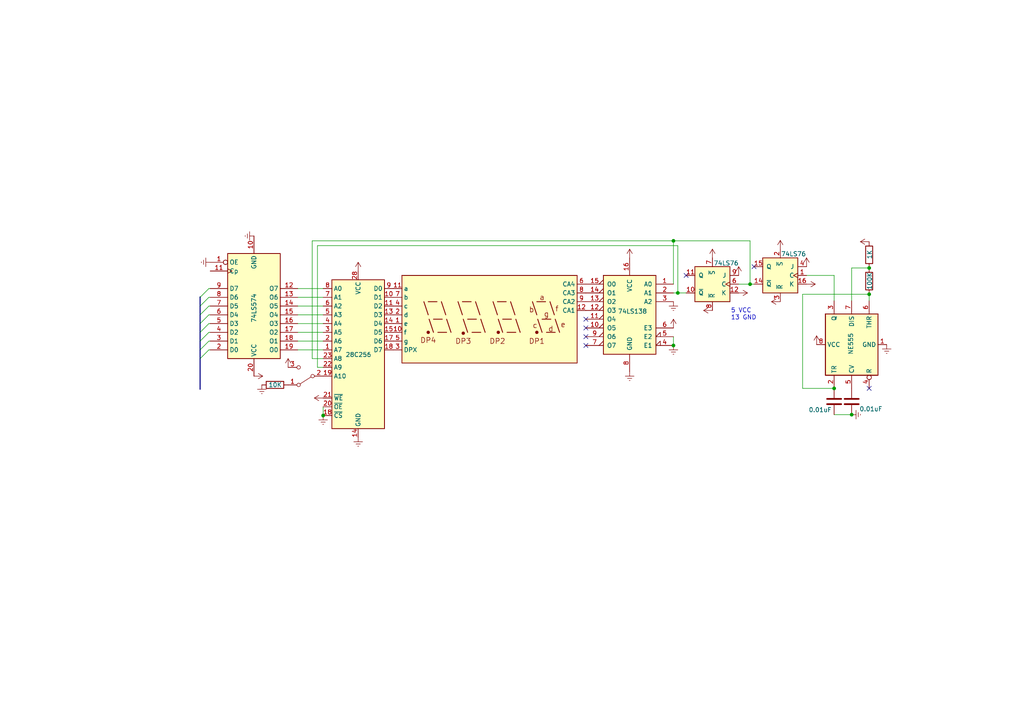
<source format=kicad_sch>
(kicad_sch (version 20211123) (generator eeschema)
  (paper "A4")
  (lib_symbols
    (symbol "28C256_1"
      (property "Value" "28C256" (at -2.032 0 0))
      (symbol "28C256_1_1_1"
        (rectangle (start -7.62 25.4) (end 7.62 -17.78) (stroke (width 0.254)) (fill (type background)))
        (pin input line (at -10.16 5.08 0) (length 2.54) (name "A7") (number "1"))
        (pin tri_state line (at 10.16 20.32 180) (length 2.54) (name "D1") (number "10"))
        (pin tri_state line (at 10.16 17.78 180) (length 2.54) (name "D2") (number "11"))
        (pin tri_state line (at 10.16 15.24 180) (length 2.54) (name "D3") (number "13"))
        (pin tri_state line (at 10.16 12.7 180) (length 2.54) (name "D4") (number "14"))
        (pin power_in line (at 0 -20.32 90) (length 2.54) (name "GND") (number "14"))
        (pin tri_state line (at 10.16 10.16 180) (length 2.54) (name "D5") (number "15"))
        (pin tri_state line (at 10.16 7.62 180) (length 2.54) (name "D6") (number "17"))
        (pin tri_state line (at 10.16 5.08 180) (length 2.54) (name "D7") (number "18"))
        (pin input line (at -10.16 -13.97 0) (length 2.54) (name "~{CS}") (number "18"))
        (pin input line (at -10.16 -2.54 0) (length 2.54) (name "A10") (number "19"))
        (pin input line (at -10.16 7.62 0) (length 2.54) (name "A6") (number "2"))
        (pin input line (at -10.16 -11.43 0) (length 2.54) (name "~{OE}") (number "20"))
        (pin input line (at -10.16 -8.89 0) (length 2.54) (name "~{WE}") (number "21"))
        (pin input line (at -10.16 0 0) (length 2.54) (name "A9") (number "22"))
        (pin input line (at -10.16 2.54 0) (length 2.54) (name "A8") (number "23"))
        (pin power_in line (at 0 27.94 270) (length 2.54) (name "VCC") (number "28"))
        (pin input line (at -10.16 10.16 0) (length 2.54) (name "A5") (number "3"))
        (pin input line (at -10.16 12.7 0) (length 2.54) (name "A4") (number "4"))
        (pin input line (at -10.16 15.24 0) (length 2.54) (name "A3") (number "5"))
        (pin input line (at -10.16 17.78 0) (length 2.54) (name "A2") (number "6"))
        (pin input line (at -10.16 20.32 0) (length 2.54) (name "A1") (number "7"))
        (pin input line (at -10.16 22.86 0) (length 2.54) (name "A0") (number "8"))
        (pin tri_state line (at 10.16 22.86 180) (length 2.54) (name "D0") (number "9"))
      )
    )
    (symbol "74LS374_1"
      (property "Value" "74LS374_1" (at 0 -3.683 90))
      (symbol "74LS374_1_1_0"
        (pin input inverted (at -12.7 -12.7 0) (length 5.08) (name "OE") (number "1"))
        (pin power_in line (at 0 -20.32 90) (length 5.08) (name "GND") (number "10"))
        (pin input clock (at -12.7 -10.16 0) (length 5.08) (name "Cp") (number "11"))
        (pin tri_state line (at 12.7 -5.08 180) (length 5.08) (name "O7") (number "12"))
        (pin tri_state line (at 12.7 -2.54 180) (length 5.08) (name "O6") (number "13"))
        (pin tri_state line (at 12.7 0 180) (length 5.08) (name "O5") (number "14"))
        (pin tri_state line (at 12.7 2.54 180) (length 5.08) (name "O4") (number "15"))
        (pin tri_state line (at 12.7 5.08 180) (length 5.08) (name "O3") (number "16"))
        (pin tri_state line (at 12.7 7.62 180) (length 5.08) (name "O2") (number "17"))
        (pin tri_state line (at 12.7 10.16 180) (length 5.08) (name "O1") (number "18"))
        (pin tri_state line (at 12.7 12.7 180) (length 5.08) (name "O0") (number "19"))
        (pin input line (at -12.7 12.7 0) (length 5.08) (name "D0") (number "2"))
        (pin power_in line (at 0 20.32 270) (length 5.08) (name "VCC") (number "20"))
        (pin input line (at -12.7 10.16 0) (length 5.08) (name "D1") (number "3"))
        (pin input line (at -12.7 7.62 0) (length 5.08) (name "D2") (number "4"))
        (pin input line (at -12.7 5.08 0) (length 5.08) (name "D3") (number "5"))
        (pin input line (at -12.7 2.54 0) (length 5.08) (name "D4") (number "6"))
        (pin input line (at -12.7 0 0) (length 5.08) (name "D5") (number "7"))
        (pin input line (at -12.7 -2.54 0) (length 5.08) (name "D6") (number "8"))
        (pin input line (at -12.7 -5.08 0) (length 5.08) (name "D7") (number "9"))
      )
      (symbol "74LS374_1_1_1"
        (rectangle (start -7.62 15.24) (end 7.62 -15.24) (stroke (width 0.254)) (fill (type background)))
      )
    )
    (symbol "74xx:74LS138" (pin_names (offset 1.016))
      (property "Reference" "U" (at -7.62 11.43 0))
      (property "Value" "74LS138" (at -7.62 -13.97 0))
      (symbol "74LS138_1_0"
        (pin input line (at -12.7 7.62 0) (length 5.08) (name "A0") (number "1"))
        (pin output output_low (at 12.7 -5.08 180) (length 5.08) (name "O5") (number "10"))
        (pin output output_low (at 12.7 -2.54 180) (length 5.08) (name "O4") (number "11"))
        (pin output output_low (at 12.7 0 180) (length 5.08) (name "O3") (number "12"))
        (pin output output_low (at 12.7 2.54 180) (length 5.08) (name "O2") (number "13"))
        (pin output output_low (at 12.7 5.08 180) (length 5.08) (name "O1") (number "14"))
        (pin output output_low (at 12.7 7.62 180) (length 5.08) (name "O0") (number "15"))
        (pin power_in line (at 0 15.24 270) (length 5.08) (name "VCC") (number "16"))
        (pin input line (at -12.7 5.08 0) (length 5.08) (name "A1") (number "2"))
        (pin input line (at -12.7 2.54 0) (length 5.08) (name "A2") (number "3"))
        (pin input input_low (at -12.7 -10.16 0) (length 5.08) (name "E1") (number "4"))
        (pin input input_low (at -12.7 -7.62 0) (length 5.08) (name "E2") (number "5"))
        (pin input line (at -12.7 -5.08 0) (length 5.08) (name "E3") (number "6"))
        (pin output output_low (at 12.7 -10.16 180) (length 5.08) (name "O7") (number "7"))
        (pin power_in line (at 0 -17.78 90) (length 5.08) (name "GND") (number "8"))
        (pin output output_low (at 12.7 -7.62 180) (length 5.08) (name "O6") (number "9"))
      )
      (symbol "74LS138_1_1"
        (rectangle (start -7.62 10.16) (end 7.62 -12.7) (stroke (width 0.254)) (fill (type background)))
      )
    )
    (symbol "74xx:74LS76" (pin_names (offset 1.016))
      (property "Reference" "U" (at -7.62 8.89 0))
      (property "Value" "74LS76" (at -7.62 -8.89 0))
      (symbol "74LS76_1_0"
        (pin input clock (at -7.62 0 0) (length 2.54) (name "C") (number "1"))
        (pin output line (at 7.62 -2.54 180) (length 2.54) (name "~{Q}") (number "14"))
        (pin output line (at 7.62 2.54 180) (length 2.54) (name "Q") (number "15"))
        (pin input line (at -7.62 -2.54 0) (length 2.54) (name "K") (number "16"))
        (pin input line (at 0 7.62 270) (length 2.54) (name "~{S}") (number "2"))
        (pin input line (at 0 -7.62 90) (length 2.54) (name "~{R}") (number "3"))
        (pin input line (at -7.62 2.54 0) (length 2.54) (name "J") (number "4"))
      )
      (symbol "74LS76_1_1"
        (rectangle (start -5.08 5.08) (end 5.08 -5.08) (stroke (width 0.254)) (fill (type background)))
      )
      (symbol "74LS76_2_0"
        (pin output line (at 7.62 -2.54 180) (length 2.54) (name "~{Q}") (number "10"))
        (pin output line (at 7.62 2.54 180) (length 2.54) (name "Q") (number "11"))
        (pin input line (at -7.62 -2.54 0) (length 2.54) (name "K") (number "12"))
        (pin input clock (at -7.62 0 0) (length 2.54) (name "C") (number "6"))
        (pin input line (at 0 7.62 270) (length 2.54) (name "~{S}") (number "7"))
        (pin input line (at 0 -7.62 90) (length 2.54) (name "~{R}") (number "8"))
        (pin input line (at -7.62 2.54 0) (length 2.54) (name "J") (number "9"))
      )
      (symbol "74LS76_2_1"
        (rectangle (start -5.08 5.08) (end 5.08 -5.08) (stroke (width 0.254)) (fill (type background)))
      )
      (symbol "74LS76_3_0"
        (pin power_in line (at 0 -10.16 90) (length 2.54) (name "GND") (number "13"))
        (pin power_in line (at 0 10.16 270) (length 2.54) (name "VCC") (number "5"))
      )
      (symbol "74LS76_3_1"
        (rectangle (start -5.08 7.62) (end 5.08 -7.62) (stroke (width 0.254)) (fill (type background)))
      )
    )
    (symbol "Device:C" (pin_numbers hide) (pin_names (offset 0.254))
      (property "Reference" "C" (at 0.635 2.54 0))
      (property "Value" "C" (at 0.635 -2.54 0))
      (symbol "C_0_1"
        (polyline (pts (xy -2.032 -0.762) (xy 2.032 -0.762)) (stroke (width 0.508)))
        (polyline (pts (xy -2.032 0.762) (xy 2.032 0.762)) (stroke (width 0.508)))
      )
      (symbol "C_1_1"
        (pin passive line (at 0 3.81 270) (length 2.794) (name "~") (number "1"))
        (pin passive line (at 0 -3.81 90) (length 2.794) (name "~") (number "2"))
      )
    )
    (symbol "Device:R" (pin_numbers hide) (pin_names (offset 0))
      (property "Reference" "R" (at 2.032 0 90))
      (property "Value" "R" (at 0 0 90))
      (symbol "R_0_1"
        (rectangle (start -1.016 -2.54) (end 1.016 2.54) (stroke (width 0.254)))
      )
      (symbol "R_1_1"
        (pin passive line (at 0 3.81 270) (length 1.27) (name "~") (number "1"))
        (pin passive line (at 0 -3.81 90) (length 1.27) (name "~") (number "2"))
      )
    )
    (symbol "Display_Character:CA56-12SRWA"
      (symbol "CA56-12SRWA_0_0"
        (rectangle (start -25.4 12.7) (end 25.4 -12.7) (stroke (width 0.254)) (fill (type background)))
        (polyline (pts (xy -20.32 -3.81) (xy -19.05 0)) (stroke (width 0.254)))
        (polyline (pts (xy -19.05 -3.81) (xy -16.51 -3.81)) (stroke (width 0.254)))
        (polyline (pts (xy -18.796 1.27) (xy -17.526 5.08)) (stroke (width 0.254)))
        (polyline (pts (xy -17.78 0) (xy -15.24 0)) (stroke (width 0.254)))
        (polyline (pts (xy -16.256 5.08) (xy -13.716 5.08)) (stroke (width 0.254)))
        (polyline (pts (xy -15.24 -3.81) (xy -13.97 0)) (stroke (width 0.254)))
        (polyline (pts (xy -13.716 1.27) (xy -12.446 5.08)) (stroke (width 0.254)))
        (polyline (pts (xy -8.89 -3.81) (xy -7.62 0)) (stroke (width 0.254)))
        (polyline (pts (xy -7.62 -3.81) (xy -5.08 -3.81)) (stroke (width 0.254)))
        (polyline (pts (xy -7.366 1.27) (xy -6.096 5.08)) (stroke (width 0.254)))
        (polyline (pts (xy -6.35 0) (xy -3.81 0)) (stroke (width 0.254)))
        (polyline (pts (xy -4.826 5.08) (xy -2.286 5.08)) (stroke (width 0.254)))
        (polyline (pts (xy -3.81 -3.81) (xy -2.54 0)) (stroke (width 0.254)))
        (polyline (pts (xy -2.286 1.27) (xy -1.016 5.08)) (stroke (width 0.254)))
        (polyline (pts (xy 1.27 -3.81) (xy 2.54 0)) (stroke (width 0.254)))
        (polyline (pts (xy 2.54 -3.81) (xy 5.08 -3.81)) (stroke (width 0.254)))
        (polyline (pts (xy 2.794 1.27) (xy 4.064 5.08)) (stroke (width 0.254)))
        (polyline (pts (xy 3.81 0) (xy 6.35 0)) (stroke (width 0.254)))
        (polyline (pts (xy 5.334 5.08) (xy 7.874 5.08)) (stroke (width 0.254)))
        (polyline (pts (xy 6.35 -3.81) (xy 7.62 0)) (stroke (width 0.254)))
        (polyline (pts (xy 7.874 1.27) (xy 9.144 5.08)) (stroke (width 0.254)))
        (polyline (pts (xy 11.176 -3.81) (xy 12.446 0)) (stroke (width 0.254)))
        (polyline (pts (xy 12.446 -3.81) (xy 14.986 -3.81)) (stroke (width 0.254)))
        (polyline (pts (xy 12.7 1.27) (xy 13.97 5.08)) (stroke (width 0.254)))
        (polyline (pts (xy 13.716 0) (xy 16.256 0)) (stroke (width 0.254)))
        (polyline (pts (xy 15.24 5.08) (xy 17.78 5.08)) (stroke (width 0.254)))
        (polyline (pts (xy 16.256 -3.81) (xy 17.526 0)) (stroke (width 0.254)))
        (polyline (pts (xy 17.78 1.27) (xy 19.05 5.08)) (stroke (width 0.254)))
        (text "a" (at -15.24 6.35 0) (effects (font (size 1.524 1.524))))
        (text "b" (at -12.192 2.794 0) (effects (font (size 1.524 1.524))))
        (text "c" (at -13.208 -1.778 0) (effects (font (size 1.524 1.524))))
        (text "d" (at -17.78 -2.794 0) (effects (font (size 1.524 1.524))))
        (text "DP1" (at -13.716 -6.35 0) (effects (font (size 1.524 1.524))))
        (text "DP2" (at -2.286 -6.35 0) (effects (font (size 1.524 1.524))))
        (text "DP3" (at 7.62 -6.35 0) (effects (font (size 1.524 1.524))))
        (text "DP4" (at 17.78 -6.096 0) (effects (font (size 1.524 1.524))))
        (text "e" (at -21.336 -1.524 0) (effects (font (size 1.524 1.524))))
        (text "f" (at -19.558 3.048 0) (effects (font (size 1.524 1.524))))
        (text "g" (at -16.51 1.524 0) (effects (font (size 1.524 1.524))))
      )
      (symbol "CA56-12SRWA_0_1"
        (circle (center -13.716 -3.81) (radius 0.3556) (stroke (width 0.254)) (fill (type outline)))
        (circle (center -2.54 -3.81) (radius 0.3556) (stroke (width 0.254)) (fill (type outline)))
      )
      (symbol "CA56-12SRWA_1_0"
        (circle (center 7.62 -4.064) (radius 0.3556) (stroke (width 0.254)) (fill (type outline)))
        (circle (center 17.78 -3.81) (radius 0.3556) (stroke (width 0.254)) (fill (type outline)))
      )
      (symbol "CA56-12SRWA_1_1"
        (pin input line (at 27.94 -1.27 180) (length 2.54) (name "e") (number "1"))
        (pin input line (at 27.94 -3.81 180) (length 2.54) (name "f") (number "10"))
        (pin input line (at 27.94 8.89 180) (length 2.54) (name "a") (number "11"))
        (pin input line (at -27.94 2.54 0) (length 2.54) (name "CA1") (number "12"))
        (pin input line (at 27.94 1.27 180) (length 2.54) (name "d") (number "2"))
        (pin input line (at 27.94 -8.89 180) (length 2.54) (name "DPX") (number "3"))
        (pin input line (at 27.94 3.81 180) (length 2.54) (name "c") (number "4"))
        (pin input line (at 27.94 -6.35 180) (length 2.54) (name "g") (number "5"))
        (pin input line (at -27.94 10.16 0) (length 2.54) (name "CA4") (number "6"))
        (pin input line (at 27.94 6.35 180) (length 2.54) (name "b") (number "7"))
        (pin input line (at -27.94 7.62 0) (length 2.54) (name "CA3") (number "8"))
        (pin input line (at -27.94 5.08 0) (length 2.54) (name "CA2") (number "9"))
      )
    )
    (symbol "Switch:SW_DPDT_x2" (pin_names (offset 0) hide)
      (property "Reference" "SW" (at 0 4.318 0))
      (property "Value" "SW_DPDT_x2" (at 0 -5.08 0))
      (symbol "SW_DPDT_x2_0_0"
        (circle (center -2.032 0) (radius 0.508))
        (circle (center 2.032 -2.54) (radius 0.508))
      )
      (symbol "SW_DPDT_x2_0_1"
        (polyline (pts (xy -1.524 0.254) (xy 1.651 2.286)))
        (circle (center 2.032 2.54) (radius 0.508))
      )
      (symbol "SW_DPDT_x2_1_1"
        (pin passive line (at 5.08 2.54 180) (length 2.54) (name "A") (number "1"))
        (pin passive line (at -5.08 0 0) (length 2.54) (name "B") (number "2"))
        (pin passive line (at 5.08 -2.54 180) (length 2.54) (name "C") (number "3"))
      )
      (symbol "SW_DPDT_x2_2_1"
        (pin passive line (at 5.08 2.54 180) (length 2.54) (name "A") (number "4"))
        (pin passive line (at -5.08 0 0) (length 2.54) (name "B") (number "5"))
        (pin passive line (at 5.08 -2.54 180) (length 2.54) (name "C") (number "6"))
      )
    )
    (symbol "Timer:NE555D"
      (property "Reference" "U" (at -10.16 8.89 0))
      (property "Value" "NE555D" (at 2.54 8.89 0))
      (symbol "NE555D_0_0"
        (pin power_in line (at 0 -10.16 90) (length 2.54) (name "GND") (number "1"))
        (pin power_in line (at 0 10.16 270) (length 2.54) (name "VCC") (number "8"))
      )
      (symbol "NE555D_0_1"
        (rectangle (start -8.89 -7.62) (end 8.89 7.62) (stroke (width 0.254)) (fill (type background)))
        (rectangle (start -8.89 -7.62) (end 8.89 7.62) (stroke (width 0.254)) (fill (type background)))
      )
      (symbol "NE555D_1_1"
        (pin input line (at -12.7 5.08 0) (length 3.81) (name "TR") (number "2"))
        (pin output line (at 12.7 5.08 180) (length 3.81) (name "Q") (number "3"))
        (pin input inverted (at -12.7 -5.08 0) (length 3.81) (name "R") (number "4"))
        (pin input line (at -12.7 0 0) (length 3.81) (name "CV") (number "5"))
        (pin input line (at 12.7 -5.08 180) (length 3.81) (name "THR") (number "6"))
        (pin input line (at 12.7 0 180) (length 3.81) (name "DIS") (number "7"))
      )
    )
    (symbol "power:Earth" (power) (pin_names (offset 0))
      (symbol "Earth_0_1"
        (polyline (pts (xy -0.635 -1.905) (xy 0.635 -1.905)))
        (polyline (pts (xy -0.127 -2.54) (xy 0.127 -2.54)))
        (polyline (pts (xy 0 -1.27) (xy 0 0)))
        (polyline (pts (xy 1.27 -1.27) (xy -1.27 -1.27)))
      )
      (symbol "Earth_1_1"
        (pin power_in line (at 0 0 270) (length 0) hide (name "Earth") (number "1"))
      )
    )
    (symbol "power:VCC" (power) (pin_names (offset 0))
      (property "Value" "VCC" (at 0 3.81 0))
      (symbol "VCC_0_1"
        (polyline (pts (xy -0.762 1.27) (xy 0 2.54)))
        (polyline (pts (xy 0 0) (xy 0 2.54)))
        (polyline (pts (xy 0 2.54) (xy 0.762 1.27)))
      )
      (symbol "VCC_1_1"
        (pin power_in line (at 0 0 90) (length 0) hide (name "VCC") (number "1"))
      )
    )
  )
  (junction (at 217.551 82.423))
  (junction (at 252.095 85.344))
  (junction (at 241.935 112.649))
  (junction (at 196.596 84.963))
  (junction (at 195.326 69.85))
  (junction (at 252.095 77.724))
  (junction (at 93.726 120.523))
  (junction (at 195.326 100.203))
  (junction (at 247.015 120.269))
  (no_connect (at 169.926 92.583))
  (no_connect (at 252.095 112.649))
  (no_connect (at 169.926 100.203))
  (no_connect (at 199.009 79.883))
  (no_connect (at 218.694 77.343))
  (no_connect (at 169.926 97.663))
  (no_connect (at 169.926 95.123))
  (bus_entry (at 58.039 101.473) (size 2.54 -2.54))
  (bus_entry (at 58.039 86.233) (size 2.54 -2.54))
  (bus_entry (at 58.039 98.933) (size 2.54 -2.54))
  (bus_entry (at 58.039 96.393) (size 2.54 -2.54))
  (bus_entry (at 58.039 91.313) (size 2.54 -2.54))
  (bus_entry (at 58.039 88.773) (size 2.54 -2.54))
  (bus_entry (at 58.039 93.853) (size 2.54 -2.54))
  (bus_entry (at 58.039 104.013) (size 2.54 -2.54))
  (wire (pts (xy 241.935 79.883) (xy 241.935 87.249)))
  (wire (pts (xy 60.579 93.853) (xy 60.96 93.853)))
  (wire (pts (xy 60.579 101.473) (xy 60.96 101.473)))
  (wire (pts (xy 232.791 85.344) (xy 252.095 85.344)))
  (wire (pts (xy 217.551 82.423) (xy 218.694 82.423)))
  (wire (pts (xy 86.36 96.393) (xy 93.726 96.393)))
  (wire (pts (xy 195.326 69.85) (xy 217.551 69.85)))
  (wire (pts (xy 60.579 86.233) (xy 60.96 86.233)))
  (wire (pts (xy 195.326 97.663) (xy 195.326 100.203)))
  (wire (pts (xy 60.579 83.693) (xy 60.96 83.693)))
  (wire (pts (xy 196.596 71.247) (xy 196.596 84.963)))
  (wire (pts (xy 92.075 71.247) (xy 196.596 71.247)))
  (bus (pts (xy 58.039 86.233) (xy 58.039 86.106)))
  (wire (pts (xy 86.36 93.853) (xy 93.726 93.853)))
  (bus (pts (xy 58.039 101.473) (xy 58.039 98.933)))
  (wire (pts (xy 92.075 106.553) (xy 92.075 71.247)))
  (wire (pts (xy 196.596 84.963) (xy 195.326 84.963)))
  (wire (pts (xy 60.579 88.773) (xy 60.96 88.773)))
  (wire (pts (xy 86.36 83.693) (xy 93.726 83.693)))
  (bus (pts (xy 58.039 112.903) (xy 58.039 104.013)))
  (wire (pts (xy 60.579 98.933) (xy 60.96 98.933)))
  (bus (pts (xy 58.039 98.933) (xy 58.039 96.393)))
  (bus (pts (xy 58.039 88.773) (xy 58.039 86.233)))
  (wire (pts (xy 252.095 85.344) (xy 252.095 87.249)))
  (bus (pts (xy 58.039 91.313) (xy 58.039 88.773)))
  (wire (pts (xy 86.36 101.473) (xy 93.726 101.473)))
  (wire (pts (xy 196.596 84.963) (xy 199.009 84.963)))
  (wire (pts (xy 93.726 106.553) (xy 92.075 106.553)))
  (bus (pts (xy 58.039 96.393) (xy 58.039 93.853)))
  (wire (pts (xy 252.095 77.724) (xy 247.015 77.724)))
  (wire (pts (xy 233.934 79.883) (xy 241.935 79.883)))
  (wire (pts (xy 86.36 86.233) (xy 93.726 86.233)))
  (bus (pts (xy 58.039 93.853) (xy 58.039 91.313)))
  (wire (pts (xy 241.935 112.649) (xy 232.791 112.649)))
  (wire (pts (xy 195.326 69.85) (xy 90.551 69.85)))
  (wire (pts (xy 86.36 88.773) (xy 93.726 88.773)))
  (wire (pts (xy 232.791 112.649) (xy 232.791 85.344)))
  (wire (pts (xy 195.326 82.423) (xy 195.326 69.85)))
  (wire (pts (xy 217.551 82.423) (xy 217.551 69.85)))
  (wire (pts (xy 60.579 96.393) (xy 60.96 96.393)))
  (wire (pts (xy 60.579 91.313) (xy 60.96 91.313)))
  (wire (pts (xy 247.015 77.724) (xy 247.015 87.249)))
  (wire (pts (xy 217.551 82.423) (xy 214.249 82.423)))
  (wire (pts (xy 93.726 117.983) (xy 93.726 120.523)))
  (wire (pts (xy 86.36 91.313) (xy 93.726 91.313)))
  (wire (pts (xy 86.36 98.933) (xy 93.726 98.933)))
  (bus (pts (xy 58.039 104.013) (xy 58.039 101.473)))
  (wire (pts (xy 90.551 69.85) (xy 90.551 104.013)))
  (wire (pts (xy 90.551 104.013) (xy 93.726 104.013)))
  (wire (pts (xy 241.935 120.269) (xy 247.015 120.269)))
  (text "5 VCC \n13 GND\n" (at 211.963 92.964 0) (effects (font (size 1.27 1.27)) (justify left bottom)))
  (symbol (lib_id "power:VCC") (at 214.249 79.883 0) (unit 1)
    (property "Reference" "#PWR?" (effects hide))
    (property "Value" "VCC" (effects hide))
  )
  (symbol (lib_id "Device:C") (at 241.935 116.459 0) (unit 1)
    (property "Reference" "C?" (effects hide))
    (property "Value" "0.01uF" (at 237.871 118.872 0))
  )
  (symbol (lib_id "power:Earth") (at 75.946 111.633 0) (unit 1)
    (property "Reference" "#PWR?" (effects hide))
    (property "Value" "Earth" (effects hide))
  )
  (symbol (lib_name "28C256_1") (lib_id "Memory_EEPROM:28C256") (at 103.886 106.553 0) (unit 1)
    (property "Reference" "U?" (effects hide))
    (property "Value" "28C256" (at 100.203 102.87 0) (effects (justify left)))
    (property "Datasheet" "http://ww1.microchip.com/downloads/en/DeviceDoc/doc0006.pdf" (effects hide))
  )
  (symbol (lib_id "power:VCC") (at 103.886 78.613 0) (mirror y) (unit 1)
    (property "Reference" "#PWR?" (effects hide))
    (property "Value" "VCC" (effects hide))
  )
  (symbol (lib_id "power:VCC") (at 226.314 87.503 90) (unit 1)
    (property "Reference" "#PWR?" (effects hide))
    (property "Value" "VCC" (effects hide))
  )
  (symbol (lib_id "Device:R") (at 79.756 111.633 270) (unit 1)
    (property "Reference" "R?" (effects hide))
    (property "Value" "10K" (at 77.851 111.633 90) (effects (justify left)))
  )
  (symbol (lib_id "Display_Character:CA56-12SRWA") (at 141.986 92.583 0) (mirror y) (unit 1)
    (property "Reference" "U?" (effects hide))
    (property "Value" "CA56-12SRWA" (effects hide))
    (property "Footprint" "Display_7Segment:CA56-12SRWA" (effects hide))
    (property "Datasheet" "http://www.kingbrightusa.com/images/catalog/SPEC/CA56-12SRWA.pdf" (effects hide))
  )
  (symbol (lib_id "power:VCC") (at 233.934 77.343 0) (unit 1)
    (property "Reference" "#PWR?" (effects hide))
    (property "Value" "VCC" (effects hide))
  )
  (symbol (lib_id "power:VCC") (at 233.934 82.423 270) (unit 1)
    (property "Reference" "#PWR?" (effects hide))
    (property "Value" "VCC" (effects hide))
  )
  (symbol (lib_id "power:Earth") (at 247.015 120.269 90) (unit 1)
    (property "Reference" "#PWR?" (effects hide))
    (property "Value" "Earth" (effects hide))
  )
  (symbol (lib_id "power:VCC") (at 226.314 72.263 0) (unit 1)
    (property "Reference" "#PWR?" (effects hide))
    (property "Value" "VCC" (effects hide))
  )
  (symbol (lib_id "power:Earth") (at 93.726 120.523 0) (unit 1)
    (property "Reference" "#PWR?" (effects hide))
    (property "Value" "Earth" (effects hide))
  )
  (symbol (lib_id "Device:R") (at 252.095 73.914 0) (unit 1)
    (property "Reference" "R?" (effects hide))
    (property "Value" "1K" (at 252.222 75.184 90) (effects (justify left)))
  )
  (symbol (lib_id "74xx:74LS138") (at 182.626 90.043 0) (mirror y) (unit 1)
    (property "Reference" "U?" (effects hide))
    (property "Value" "74LS138" (at 187.706 90.297 0) (effects (justify left)))
    (property "Datasheet" "http://www.ti.com/lit/gpn/sn74LS138" (effects hide))
  )
  (symbol (lib_id "power:VCC") (at 73.66 109.093 270) (mirror x) (unit 1)
    (property "Reference" "#PWR?" (effects hide))
    (property "Value" "VCC" (effects hide))
  )
  (symbol (lib_id "power:Earth") (at 73.66 68.453 270) (unit 1)
    (property "Reference" "#PWR?" (effects hide))
    (property "Value" "Earth" (effects hide))
  )
  (symbol (lib_id "power:VCC") (at 83.566 106.553 0) (mirror y) (unit 1)
    (property "Reference" "#PWR?" (effects hide))
    (property "Value" "VCC" (effects hide))
  )
  (symbol (lib_id "power:VCC") (at 206.629 90.043 90) (unit 1)
    (property "Reference" "#PWR?" (effects hide))
    (property "Value" "VCC" (effects hide))
  )
  (symbol (lib_id "power:Earth") (at 182.626 107.823 0) (unit 1)
    (property "Reference" "#PWR?" (effects hide))
    (property "Value" "Earth" (effects hide))
  )
  (symbol (lib_id "power:Earth") (at 103.886 126.873 0) (unit 1)
    (property "Reference" "#PWR?" (effects hide))
    (property "Value" "Earth" (effects hide))
  )
  (symbol (lib_id "power:VCC") (at 236.855 99.949 0) (unit 1)
    (property "Reference" "#PWR?" (effects hide))
    (property "Value" "VCC" (effects hide))
  )
  (symbol (lib_id "Device:R") (at 252.095 81.534 0) (unit 1)
    (property "Reference" "R?" (effects hide))
    (property "Value" "100K" (at 252.222 84.074 90) (effects (justify left)))
  )
  (symbol (lib_id "74xx:74LS76") (at 226.314 79.883 0) (mirror y) (unit 1)
    (property "Reference" "U?" (effects hide))
    (property "Value" "74LS76" (at 233.807 73.66 0) (effects (justify left)))
    (property "Datasheet" "http://www.ti.com/lit/gpn/sn74LS76" (effects hide))
  )
  (symbol (lib_id "Switch:SW_DPDT_x2") (at 88.646 109.093 180) (unit 1)
    (property "Reference" "SW?" (effects hide))
    (property "Value" "SW_DPDT_x2" (effects hide))
  )
  (symbol (lib_id "power:Earth") (at 257.175 99.949 0) (unit 1)
    (property "Reference" "#PWR?" (effects hide))
    (property "Value" "Earth" (effects hide))
  )
  (symbol (lib_id "power:VCC") (at 206.629 74.803 0) (unit 1)
    (property "Reference" "#PWR?" (effects hide))
    (property "Value" "VCC" (effects hide))
  )
  (symbol (lib_id "Device:C") (at 247.015 116.459 0) (unit 1)
    (property "Reference" "C?" (effects hide))
    (property "Value" "0.01uF" (at 252.603 118.618 0))
  )
  (symbol (lib_id "power:Earth") (at 195.326 100.203 0) (unit 1)
    (property "Reference" "#PWR?" (effects hide))
    (property "Value" "Earth" (effects hide))
  )
  (symbol (lib_id "power:VCC") (at 252.095 70.104 90) (unit 1)
    (property "Reference" "#PWR?" (effects hide))
    (property "Value" "VCC" (effects hide))
  )
  (symbol (lib_id "power:VCC") (at 214.249 84.963 270) (unit 1)
    (property "Reference" "#PWR?" (effects hide))
    (property "Value" "VCC" (effects hide))
  )
  (symbol (lib_id "74xx:74LS76") (at 206.629 82.423 0) (mirror y) (unit 2)
    (property "Reference" "U?" (effects hide))
    (property "Value" "74LS76" (at 214.249 76.327 0) (effects (justify left)))
    (property "Datasheet" "http://www.ti.com/lit/gpn/sn74LS76" (effects hide))
  )
  (symbol (lib_id "power:Earth") (at 195.326 87.503 0) (unit 1)
    (property "Reference" "#PWR?" (effects hide))
    (property "Value" "Earth" (effects hide))
  )
  (symbol (lib_name "74LS374_1") (lib_id "74xx:74LS374") (at 73.66 88.773 0) (mirror x) (unit 1)
    (property "Reference" "U?" (effects hide))
    (property "Value" "74LS574" (at 73.66 85.09 90) (effects (justify left)))
    (property "Datasheet" "http://www.ti.com/lit/gpn/sn74LS374" (effects hide))
  )
  (symbol (lib_id "power:VCC") (at 93.726 115.443 90) (mirror x) (unit 1)
    (property "Reference" "#PWR?" (effects hide))
    (property "Value" "VCC" (effects hide))
  )
  (symbol (lib_id "Timer:NE555D") (at 247.015 99.949 90) (unit 1)
    (property "Reference" "U?" (effects hide))
    (property "Value" "NE555" (at 246.761 102.87 0) (effects (justify left)))
    (property "Footprint" "Package_SO:SOIC-8_3.9x4.9mm_P1.27mm" (effects hide))
    (property "Datasheet" "http://www.ti.com/lit/ds/symlink/ne555.pdf" (effects hide))
  )
  (symbol (lib_id "power:Earth") (at 60.96 76.073 270) (unit 1)
    (property "Reference" "#PWR?" (effects hide))
    (property "Value" "Earth" (effects hide))
  )
  (symbol (lib_id "power:VCC") (at 182.626 74.803 0) (mirror y) (unit 1)
    (property "Reference" "#PWR?" (effects hide))
    (property "Value" "VCC" (effects hide))
  )
  (symbol (lib_id "power:VCC") (at 195.326 95.123 0) (mirror y) (unit 1)
    (property "Reference" "#PWR?" (effects hide))
    (property "Value" "VCC" (effects hide))
  )
)
</source>
